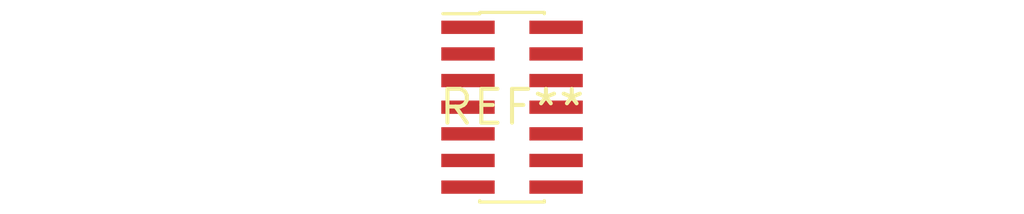
<source format=kicad_pcb>
(kicad_pcb (version 20240108) (generator pcbnew)
  (layers (0 "F.Cu" signal) (31 "B.Cu" signal) (34 "B.Paste" user) (35 "F.Paste" user) (36 "B.SilkS" user "B.Silkscreen") (37 "F.SilkS" user "F.Silkscreen") (38 "B.Mask" user) (39 "F.Mask" user) (44 "Edge.Cuts" user))
  (net 0 "")
  (footprint "PinHeader_2x07_P1.00mm_Vertical_SMD" (layer "F.Cu") (at 0 0)
    (property "Reference" "REF**")
    (property "Value" "PinHeader_2x07_P1.00mm_Vertical_SMD")
    (fp_line (start -2.59 -3.51) (end -1.21 -3.51) (layer "F.SilkS") (stroke (width 0.12)))
    (fp_line (start -1.21 -3.56) (end -1.21 -3.51) (layer "F.SilkS") (stroke (width 0.12)))
    (fp_line (start -1.21 -3.56) (end 1.21 -3.56) (layer "F.SilkS") (stroke (width 0.12)))
    (fp_line (start -1.21 3.51) (end -1.21 3.56) (layer "F.SilkS") (stroke (width 0.12)))
    (fp_line (start -1.21 3.56) (end 1.21 3.56) (layer "F.SilkS") (stroke (width 0.12)))
    (fp_line (start 1.21 -3.56) (end 1.21 -3.51) (layer "F.SilkS") (stroke (width 0.12)))
    (fp_line (start 1.21 3.51) (end 1.21 3.56) (layer "F.SilkS") (stroke (width 0.12)))
    (pad "1" smd rect (at -1.65 -3) (size 2 0.5) (layers "F.Cu" "F.Paste" "F.Mask"))
    (pad "2" smd rect (at 1.65 -3) (size 2 0.5) (layers "F.Cu" "F.Paste" "F.Mask"))
    (pad "3" smd rect (at -1.65 -2) (size 2 0.5) (layers "F.Cu" "F.Paste" "F.Mask"))
    (pad "4" smd rect (at 1.65 -2) (size 2 0.5) (layers "F.Cu" "F.Paste" "F.Mask"))
    (pad "5" smd rect (at -1.65 -1) (size 2 0.5) (layers "F.Cu" "F.Paste" "F.Mask"))
    (pad "6" smd rect (at 1.65 -1) (size 2 0.5) (layers "F.Cu" "F.Paste" "F.Mask"))
    (pad "7" smd rect (at -1.65 0) (size 2 0.5) (layers "F.Cu" "F.Paste" "F.Mask"))
    (pad "8" smd rect (at 1.65 0) (size 2 0.5) (layers "F.Cu" "F.Paste" "F.Mask"))
    (pad "9" smd rect (at -1.65 1) (size 2 0.5) (layers "F.Cu" "F.Paste" "F.Mask"))
    (pad "10" smd rect (at 1.65 1) (size 2 0.5) (layers "F.Cu" "F.Paste" "F.Mask"))
    (pad "11" smd rect (at -1.65 2) (size 2 0.5) (layers "F.Cu" "F.Paste" "F.Mask"))
    (pad "12" smd rect (at 1.65 2) (size 2 0.5) (layers "F.Cu" "F.Paste" "F.Mask"))
    (pad "13" smd rect (at -1.65 3) (size 2 0.5) (layers "F.Cu" "F.Paste" "F.Mask"))
    (pad "14" smd rect (at 1.65 3) (size 2 0.5) (layers "F.Cu" "F.Paste" "F.Mask"))
  )
)
</source>
